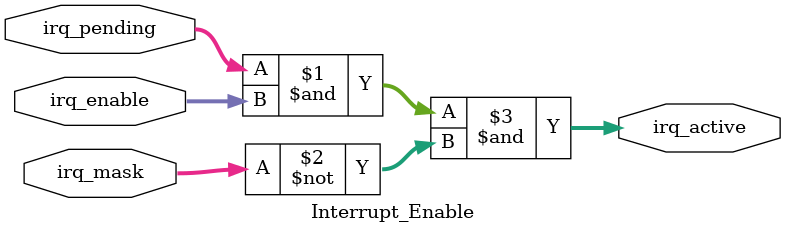
<source format=sv>
module Interrupt_Enable #(
    parameter NUM_IRQ = 3
)(
    input  logic [NUM_IRQ-1:0] irq_pending,
    input  logic [NUM_IRQ-1:0] irq_enable,
    input  logic [NUM_IRQ-1:0] irq_mask,
    output logic [NUM_IRQ-1:0] irq_active
);

    assign irq_active = irq_pending & irq_enable & ~irq_mask;

endmodule

</source>
